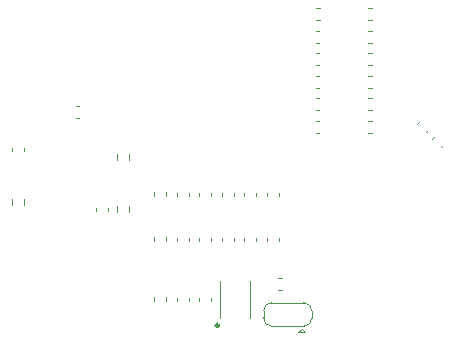
<source format=gbr>
%TF.GenerationSoftware,KiCad,Pcbnew,(5.99.0-12374-g2479e1d7b1)*%
%TF.CreationDate,2021-11-09T23:09:33+03:00*%
%TF.ProjectId,Brass,42726173-732e-46b6-9963-61645f706362,rev?*%
%TF.SameCoordinates,Original*%
%TF.FileFunction,Legend,Bot*%
%TF.FilePolarity,Positive*%
%FSLAX46Y46*%
G04 Gerber Fmt 4.6, Leading zero omitted, Abs format (unit mm)*
G04 Created by KiCad (PCBNEW (5.99.0-12374-g2479e1d7b1)) date 2021-11-09 23:09:33*
%MOMM*%
%LPD*%
G01*
G04 APERTURE LIST*
%ADD10C,0.120000*%
%ADD11C,0.260000*%
G04 APERTURE END LIST*
D10*
%TO.C,C23*%
X108755949Y-63242802D02*
X108962802Y-63035949D01*
X109477198Y-63964051D02*
X109684051Y-63757198D01*
%TO.C,C22*%
X107485949Y-61972802D02*
X107692802Y-61765949D01*
X108207198Y-62694051D02*
X108414051Y-62487198D01*
%TO.C,C28*%
X88140000Y-71608733D02*
X88140000Y-71901267D01*
X87120000Y-71608733D02*
X87120000Y-71901267D01*
%TO.C,C42*%
X78886267Y-60450000D02*
X78593733Y-60450000D01*
X78886267Y-61470000D02*
X78593733Y-61470000D01*
%TO.C,X1*%
X93325000Y-78435000D02*
X93325000Y-75235000D01*
X90825000Y-78435000D02*
X90825000Y-75235000D01*
D11*
X90705000Y-79035000D02*
G75*
G03*
X90705000Y-79035000I-130000J0D01*
G01*
D10*
%TO.C,C25*%
X103358733Y-55120000D02*
X103651267Y-55120000D01*
X103358733Y-54100000D02*
X103651267Y-54100000D01*
%TO.C,C10*%
X99206267Y-60835000D02*
X98913733Y-60835000D01*
X99206267Y-59815000D02*
X98913733Y-59815000D01*
%TO.C,C35*%
X81282000Y-69068733D02*
X81282000Y-69361267D01*
X80262000Y-69068733D02*
X80262000Y-69361267D01*
%TO.C,R7*%
X82027500Y-69469724D02*
X82027500Y-68960276D01*
X83072500Y-69469724D02*
X83072500Y-68960276D01*
%TO.C,C44*%
X89025000Y-76688733D02*
X89025000Y-76981267D01*
X90045000Y-76688733D02*
X90045000Y-76981267D01*
%TO.C,FB2*%
X99231267Y-52195000D02*
X98888733Y-52195000D01*
X99231267Y-53215000D02*
X98888733Y-53215000D01*
%TO.C,C5*%
X103358733Y-61720000D02*
X103651267Y-61720000D01*
X103358733Y-62740000D02*
X103651267Y-62740000D01*
%TO.C,C16*%
X90930000Y-68091267D02*
X90930000Y-67798733D01*
X91950000Y-68091267D02*
X91950000Y-67798733D01*
%TO.C,C19*%
X99206267Y-56005000D02*
X98913733Y-56005000D01*
X99206267Y-57025000D02*
X98913733Y-57025000D01*
%TO.C,C17*%
X91950000Y-71608733D02*
X91950000Y-71901267D01*
X90930000Y-71608733D02*
X90930000Y-71901267D01*
%TO.C,C21*%
X90045000Y-71608733D02*
X90045000Y-71901267D01*
X89025000Y-71608733D02*
X89025000Y-71901267D01*
%TO.C,C27*%
X88140000Y-68091267D02*
X88140000Y-67798733D01*
X87120000Y-68091267D02*
X87120000Y-67798733D01*
%TO.C,C18*%
X103358733Y-56005000D02*
X103651267Y-56005000D01*
X103358733Y-57025000D02*
X103651267Y-57025000D01*
%TO.C,C15*%
X99206267Y-57910000D02*
X98913733Y-57910000D01*
X99206267Y-58930000D02*
X98913733Y-58930000D01*
%TO.C,C11*%
X92835000Y-68091267D02*
X92835000Y-67798733D01*
X93855000Y-68091267D02*
X93855000Y-67798733D01*
%TO.C,C20*%
X90045000Y-68091267D02*
X90045000Y-67798733D01*
X89025000Y-68091267D02*
X89025000Y-67798733D01*
%TO.C,FB4*%
X86235000Y-71926267D02*
X86235000Y-71583733D01*
X85215000Y-71926267D02*
X85215000Y-71583733D01*
%TO.C,C41*%
X73150000Y-64281267D02*
X73150000Y-63988733D01*
X74170000Y-64281267D02*
X74170000Y-63988733D01*
%TO.C,C26*%
X99206267Y-55120000D02*
X98913733Y-55120000D01*
X99206267Y-54100000D02*
X98913733Y-54100000D01*
%TO.C,FB5*%
X85215000Y-76663733D02*
X85215000Y-77006267D01*
X86235000Y-76663733D02*
X86235000Y-77006267D01*
%TO.C,C9*%
X103358733Y-59815000D02*
X103651267Y-59815000D01*
X103358733Y-60835000D02*
X103651267Y-60835000D01*
%TO.C,C14*%
X103358733Y-58930000D02*
X103651267Y-58930000D01*
X103358733Y-57910000D02*
X103651267Y-57910000D01*
%TO.C,C6*%
X99206267Y-62740000D02*
X98913733Y-62740000D01*
X99206267Y-61720000D02*
X98913733Y-61720000D01*
%TO.C,C8*%
X94740000Y-71608733D02*
X94740000Y-71901267D01*
X95760000Y-71608733D02*
X95760000Y-71901267D01*
%TO.C,C48*%
X87120000Y-76688733D02*
X87120000Y-76981267D01*
X88140000Y-76688733D02*
X88140000Y-76981267D01*
%TO.C,R11*%
X73137500Y-68834724D02*
X73137500Y-68325276D01*
X74182500Y-68834724D02*
X74182500Y-68325276D01*
%TO.C,C12*%
X92835000Y-71608733D02*
X92835000Y-71901267D01*
X93855000Y-71608733D02*
X93855000Y-71901267D01*
%TO.C,C47*%
X95738733Y-76075000D02*
X96031267Y-76075000D01*
X95738733Y-75055000D02*
X96031267Y-75055000D01*
%TO.C,JP1*%
X97720000Y-79305000D02*
X98020000Y-79605000D01*
X98020000Y-79605000D02*
X97420000Y-79605000D01*
X98570000Y-78405000D02*
X98570000Y-77805000D01*
X97720000Y-79305000D02*
X97420000Y-79605000D01*
X97920000Y-77105000D02*
X95120000Y-77105000D01*
X95120000Y-79105000D02*
X97920000Y-79105000D01*
X94470000Y-77805000D02*
X94470000Y-78405000D01*
X97870000Y-79105000D02*
G75*
G03*
X98570000Y-78405000I0J700000D01*
G01*
X95170000Y-77105000D02*
G75*
G03*
X94470000Y-77805000I0J-700000D01*
G01*
X94470000Y-78405000D02*
G75*
G03*
X95170000Y-79105000I700000J0D01*
G01*
X98570000Y-77805000D02*
G75*
G03*
X97870000Y-77105000I-700000J0D01*
G01*
%TO.C,C7*%
X94740000Y-68091267D02*
X94740000Y-67798733D01*
X95760000Y-68091267D02*
X95760000Y-67798733D01*
%TO.C,FB3*%
X86235000Y-67773733D02*
X86235000Y-68116267D01*
X85215000Y-67773733D02*
X85215000Y-68116267D01*
%TO.C,FB1*%
X103676267Y-52195000D02*
X103333733Y-52195000D01*
X103676267Y-53215000D02*
X103333733Y-53215000D01*
%TO.C,R6*%
X82027500Y-65024724D02*
X82027500Y-64515276D01*
X83072500Y-65024724D02*
X83072500Y-64515276D01*
%TD*%
M02*

</source>
